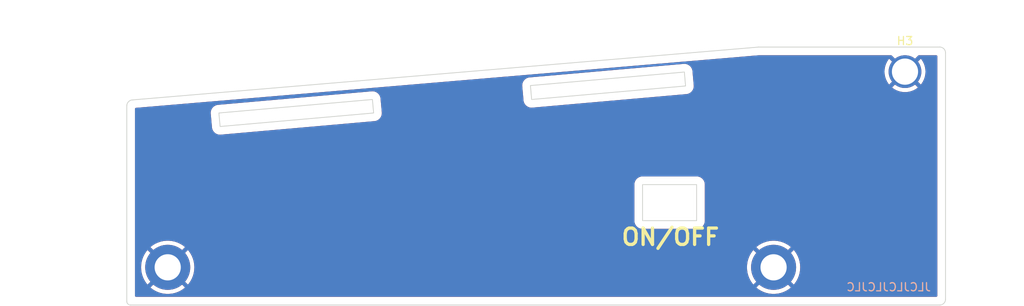
<source format=kicad_pcb>
(kicad_pcb (version 20221018) (generator pcbnew)
  (layers (0 "F.Cu" signal) (31 "B.Cu" signal) (34 "B.Paste" user) (35 "F.Paste" user) (36 "B.SilkS" user "B.Silkscreen") (37 "F.SilkS" user "F.Silkscreen") (38 "B.Mask" user) (39 "F.Mask" user) (44 "Edge.Cuts" user))
  (net 0 "")
  (net 1 "GND")
  (footprint "MountingHole:MountingHole_3.2mm_M3_ISO14580_Pad" (layer "F.Cu") (at 82 73.9)
    (fp_text reference "H1" hide)
    (fp_text value "MountingHole_Pad")
    (pad "1" thru_hole circle (at 0 0) (size 5.5 5.5) (drill 3.2) (layers "*.Cu" "*.Mask") (net 1 "GND"))
  )
  (footprint "MountingHole:MountingHole_3.2mm_M3_ISO14580_Pad" (layer "F.Cu") (at 172.05 50)
    (fp_text reference "H3" (at 0 -3.75) (layer "F.SilkS"))
    (fp_text value "MountingHole_Pad")
    (pad "1" thru_hole circle (at 0 0) (size 4 4) (drill 3.2) (layers "*.Cu" "*.Mask") (net 1 "GND"))
  )
  (footprint "MountingHole:MountingHole_3.2mm_M3_ISO14580_Pad" (layer "F.Cu") (at 156 73.9)
    (fp_text reference "H2" hide)
    (fp_text value "MountingHole_Pad")
    (pad "1" thru_hole circle (at 0 0) (size 5.5 5.5) (drill 3.2) (layers "*.Cu" "*.Mask") (net 1 "GND"))
  )
  (gr_arc (start 77.45 78.5) (mid 77.131802 78.368198) (end 77 78.05) (stroke (width 0.1)) (layer "Edge.Cuts"))
  (gr_line (start 77.45 78.5) (end 176.3 78.5) (stroke (width 0.1)) (layer "Edge.Cuts"))
  (gr_arc (start 176.3 47) (mid 176.794975 47.205025) (end 177 47.7) (stroke (width 0.1)) (layer "Edge.Cuts"))
  (gr_line (start 77 78.05) (end 77 54.15) (stroke (width 0.1)) (layer "Edge.Cuts"))
  (gr_arc (start 177 77.8) (mid 176.794975 78.294975) (end 176.3 78.5) (stroke (width 0.1)) (layer "Edge.Cuts"))
  (gr_line (start 177 77.8) (end 177 47.7) (stroke (width 0.1)) (layer "Edge.Cuts"))
  (gr_line (start 176.3 47) (end 154.15 47) (stroke (width 0.1)) (layer "Edge.Cuts"))
  (gr_arc (start 77 54.15) (mid 77.233857 53.652462) (end 77.744975 53.45) (stroke (width 0.1)) (layer "Edge.Cuts"))
  (gr_poly (pts (xy 126.3 51.7) (xy 145.1 50.05) (xy 145.25 51.75) (xy 126.45 53.4)) (stroke (width 0.1)) (fill none) (layer "Edge.Cuts"))
  (gr_rect (start 140 63.8) (end 146.6 68.2) (stroke (width 0.1)) (fill none) (layer "Edge.Cuts"))
  (gr_line (start 77.744975 53.45) (end 154.15 47) (stroke (width 0.1)) (layer "Edge.Cuts"))
  (gr_poly (pts (xy 88.25 55.05) (xy 107 53.4) (xy 107.15 55.05) (xy 88.4 56.7)) (stroke (width 0.1)) (fill none) (layer "Edge.Cuts"))
  (gr_text "JLCJLCJLCJLC" (at 175.3 76.9) (layer "B.SilkS") (effects (font (size 1 1)) (justify left bottom mirror)))
  (gr_text "ON/OFF" (at 143.4 70.2) (layer "F.SilkS") (effects (font (size 2 2) (thickness 0.4) bold)))
  (zone (net 1) (net_name "GND") (layers "F&B.Cu") (connect_pads (clearance 0.5)) (min_thickness 0.25) (fill yes (thermal_gap 0.5) (thermal_bridge_width 0.5) (island_removal_mode 1) (island_area_min 10))
    (polygon (pts (xy 177 78.65) (xy 177.1 41.65) (xy 76.85 41.25) (xy 77.1 78.55)))
  )
)
</source>
